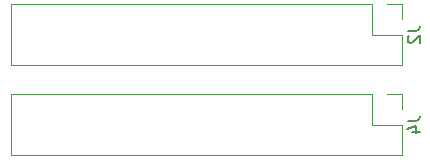
<source format=gbo>
G04 #@! TF.FileFunction,Legend,Bot*
%FSLAX46Y46*%
G04 Gerber Fmt 4.6, Leading zero omitted, Abs format (unit mm)*
G04 Created by KiCad (PCBNEW 4.0.1-stable) date 2017/08/26 19:12:35*
%MOMM*%
G01*
G04 APERTURE LIST*
%ADD10C,0.100000*%
%ADD11C,0.120000*%
%ADD12C,0.150000*%
%ADD13R,1.600000X1.600000*%
%ADD14C,1.600000*%
%ADD15R,1.700000X1.700000*%
%ADD16O,1.700000X1.700000*%
%ADD17C,1.400000*%
%ADD18O,1.400000X1.400000*%
%ADD19C,3.200000*%
G04 APERTURE END LIST*
D10*
D11*
X147828000Y-69155000D02*
X117288000Y-69155000D01*
X117288000Y-69155000D02*
X117288000Y-74355000D01*
X117288000Y-74355000D02*
X150428000Y-74355000D01*
X150428000Y-74355000D02*
X150428000Y-71755000D01*
X150428000Y-71755000D02*
X147828000Y-71755000D01*
X147828000Y-71755000D02*
X147828000Y-69155000D01*
X149098000Y-69155000D02*
X150428000Y-69155000D01*
X150428000Y-69155000D02*
X150428000Y-70425000D01*
X147828000Y-76775000D02*
X117288000Y-76775000D01*
X117288000Y-76775000D02*
X117288000Y-81975000D01*
X117288000Y-81975000D02*
X150428000Y-81975000D01*
X150428000Y-81975000D02*
X150428000Y-79375000D01*
X150428000Y-79375000D02*
X147828000Y-79375000D01*
X147828000Y-79375000D02*
X147828000Y-76775000D01*
X149098000Y-76775000D02*
X150428000Y-76775000D01*
X150428000Y-76775000D02*
X150428000Y-78045000D01*
D12*
X150880381Y-71421667D02*
X151594667Y-71421667D01*
X151737524Y-71374047D01*
X151832762Y-71278809D01*
X151880381Y-71135952D01*
X151880381Y-71040714D01*
X150975619Y-71850238D02*
X150928000Y-71897857D01*
X150880381Y-71993095D01*
X150880381Y-72231191D01*
X150928000Y-72326429D01*
X150975619Y-72374048D01*
X151070857Y-72421667D01*
X151166095Y-72421667D01*
X151308952Y-72374048D01*
X151880381Y-71802619D01*
X151880381Y-72421667D01*
X150880381Y-79041667D02*
X151594667Y-79041667D01*
X151737524Y-78994047D01*
X151832762Y-78898809D01*
X151880381Y-78755952D01*
X151880381Y-78660714D01*
X151213714Y-79946429D02*
X151880381Y-79946429D01*
X150832762Y-79708333D02*
X151547048Y-79470238D01*
X151547048Y-80089286D01*
%LPC*%
D13*
X139573000Y-128270000D03*
D14*
X139573000Y-125770000D03*
D15*
X118618000Y-121285000D03*
D16*
X121158000Y-121285000D03*
X123698000Y-121285000D03*
X126238000Y-121285000D03*
X128778000Y-121285000D03*
X131318000Y-121285000D03*
X133858000Y-121285000D03*
X136398000Y-121285000D03*
X138938000Y-121285000D03*
X141478000Y-121285000D03*
X144018000Y-121285000D03*
X146558000Y-121285000D03*
X149098000Y-121285000D03*
D15*
X149098000Y-70485000D03*
D16*
X149098000Y-73025000D03*
X146558000Y-70485000D03*
X146558000Y-73025000D03*
X144018000Y-70485000D03*
X144018000Y-73025000D03*
X141478000Y-70485000D03*
X141478000Y-73025000D03*
X138938000Y-70485000D03*
X138938000Y-73025000D03*
X136398000Y-70485000D03*
X136398000Y-73025000D03*
X133858000Y-70485000D03*
X133858000Y-73025000D03*
X131318000Y-70485000D03*
X131318000Y-73025000D03*
X128778000Y-70485000D03*
X128778000Y-73025000D03*
X126238000Y-70485000D03*
X126238000Y-73025000D03*
X123698000Y-70485000D03*
X123698000Y-73025000D03*
X121158000Y-70485000D03*
X121158000Y-73025000D03*
X118618000Y-70485000D03*
X118618000Y-73025000D03*
D15*
X146558000Y-127635000D03*
D16*
X149098000Y-127635000D03*
X151638000Y-127635000D03*
D15*
X149098000Y-78105000D03*
D16*
X149098000Y-80645000D03*
X146558000Y-78105000D03*
X146558000Y-80645000D03*
X144018000Y-78105000D03*
X144018000Y-80645000D03*
X141478000Y-78105000D03*
X141478000Y-80645000D03*
X138938000Y-78105000D03*
X138938000Y-80645000D03*
X136398000Y-78105000D03*
X136398000Y-80645000D03*
X133858000Y-78105000D03*
X133858000Y-80645000D03*
X131318000Y-78105000D03*
X131318000Y-80645000D03*
X128778000Y-78105000D03*
X128778000Y-80645000D03*
X126238000Y-78105000D03*
X126238000Y-80645000D03*
X123698000Y-78105000D03*
X123698000Y-80645000D03*
X121158000Y-78105000D03*
X121158000Y-80645000D03*
X118618000Y-78105000D03*
X118618000Y-80645000D03*
D17*
X124968000Y-125095000D03*
D18*
X124968000Y-130175000D03*
D17*
X128778000Y-130175000D03*
D18*
X128778000Y-125095000D03*
D17*
X132588000Y-130175000D03*
D18*
X132588000Y-125095000D03*
D15*
X118618000Y-126365000D03*
D16*
X121158000Y-126365000D03*
D19*
X150998000Y-89365000D03*
X126998000Y-89365000D03*
X126998000Y-113365000D03*
X150998000Y-113365000D03*
M02*

</source>
